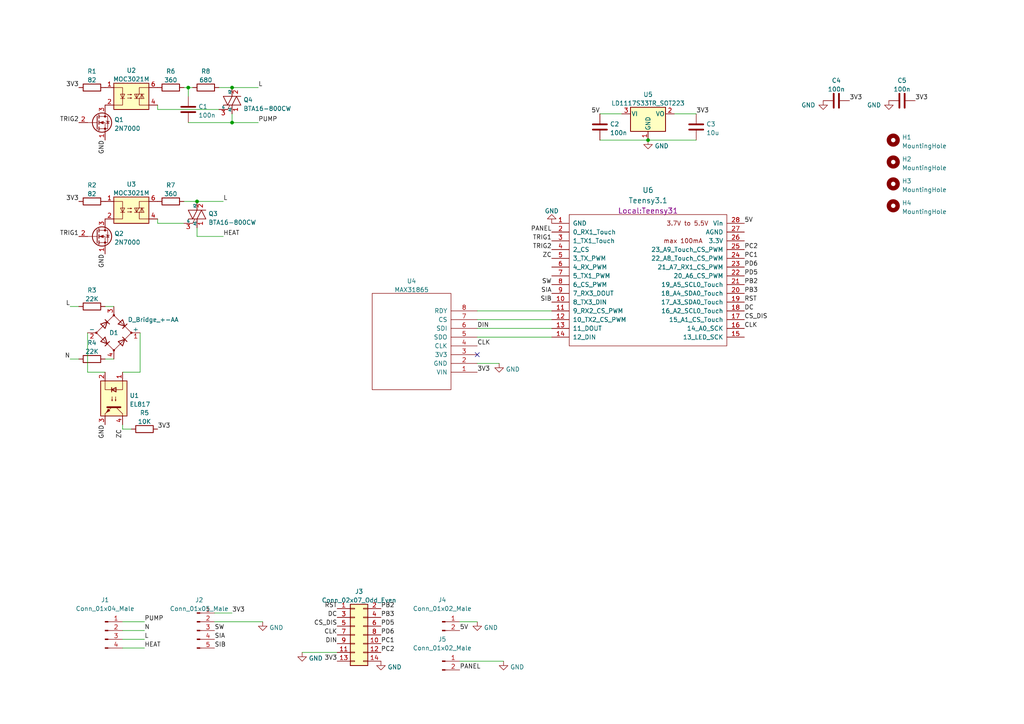
<source format=kicad_sch>
(kicad_sch (version 20211123) (generator eeschema)
  (paper "A4")
  (lib_symbols
    (symbol "Connector:Conn_01x02_Male" (pin_names (offset 1.016) hide)
      (property "Reference" "J" (at 0 2.54 0))
      (property "Value" "Conn_01x02_Male" (at 0 -5.08 0))
      (symbol "Conn_01x02_Male_1_1"
        (polyline (pts (xy 1.27 -2.54) (xy 0.8636 -2.54)) (stroke (width 0.1524)))
        (polyline (pts (xy 1.27 0) (xy 0.8636 0)) (stroke (width 0.1524)))
        (rectangle (start 0.8636 -2.413) (end 0 -2.667) (stroke (width 0.1524)) (fill (type outline)))
        (rectangle (start 0.8636 0.127) (end 0 -0.127) (stroke (width 0.1524)) (fill (type outline)))
        (pin passive line (at 5.08 0 180) (length 3.81) (name "Pin_1") (number "1"))
        (pin passive line (at 5.08 -2.54 180) (length 3.81) (name "Pin_2") (number "2"))
      )
    )
    (symbol "Connector:Conn_01x04_Male" (pin_names (offset 1.016) hide)
      (property "Reference" "J" (at 0 5.08 0))
      (property "Value" "Conn_01x04_Male" (at 0 -7.62 0))
      (symbol "Conn_01x04_Male_1_1"
        (polyline (pts (xy 1.27 -5.08) (xy 0.8636 -5.08)) (stroke (width 0.1524)))
        (polyline (pts (xy 1.27 -2.54) (xy 0.8636 -2.54)) (stroke (width 0.1524)))
        (polyline (pts (xy 1.27 0) (xy 0.8636 0)) (stroke (width 0.1524)))
        (polyline (pts (xy 1.27 2.54) (xy 0.8636 2.54)) (stroke (width 0.1524)))
        (rectangle (start 0.8636 -4.953) (end 0 -5.207) (stroke (width 0.1524)) (fill (type outline)))
        (rectangle (start 0.8636 -2.413) (end 0 -2.667) (stroke (width 0.1524)) (fill (type outline)))
        (rectangle (start 0.8636 0.127) (end 0 -0.127) (stroke (width 0.1524)) (fill (type outline)))
        (rectangle (start 0.8636 2.667) (end 0 2.413) (stroke (width 0.1524)) (fill (type outline)))
        (pin passive line (at 5.08 2.54 180) (length 3.81) (name "Pin_1") (number "1"))
        (pin passive line (at 5.08 0 180) (length 3.81) (name "Pin_2") (number "2"))
        (pin passive line (at 5.08 -2.54 180) (length 3.81) (name "Pin_3") (number "3"))
        (pin passive line (at 5.08 -5.08 180) (length 3.81) (name "Pin_4") (number "4"))
      )
    )
    (symbol "Connector:Conn_01x05_Male" (pin_names (offset 1.016) hide)
      (property "Reference" "J" (at 0 7.62 0))
      (property "Value" "Conn_01x05_Male" (at 0 -7.62 0))
      (symbol "Conn_01x05_Male_1_1"
        (polyline (pts (xy 1.27 -5.08) (xy 0.8636 -5.08)) (stroke (width 0.1524)))
        (polyline (pts (xy 1.27 -2.54) (xy 0.8636 -2.54)) (stroke (width 0.1524)))
        (polyline (pts (xy 1.27 0) (xy 0.8636 0)) (stroke (width 0.1524)))
        (polyline (pts (xy 1.27 2.54) (xy 0.8636 2.54)) (stroke (width 0.1524)))
        (polyline (pts (xy 1.27 5.08) (xy 0.8636 5.08)) (stroke (width 0.1524)))
        (rectangle (start 0.8636 -4.953) (end 0 -5.207) (stroke (width 0.1524)) (fill (type outline)))
        (rectangle (start 0.8636 -2.413) (end 0 -2.667) (stroke (width 0.1524)) (fill (type outline)))
        (rectangle (start 0.8636 0.127) (end 0 -0.127) (stroke (width 0.1524)) (fill (type outline)))
        (rectangle (start 0.8636 2.667) (end 0 2.413) (stroke (width 0.1524)) (fill (type outline)))
        (rectangle (start 0.8636 5.207) (end 0 4.953) (stroke (width 0.1524)) (fill (type outline)))
        (pin passive line (at 5.08 5.08 180) (length 3.81) (name "Pin_1") (number "1"))
        (pin passive line (at 5.08 2.54 180) (length 3.81) (name "Pin_2") (number "2"))
        (pin passive line (at 5.08 0 180) (length 3.81) (name "Pin_3") (number "3"))
        (pin passive line (at 5.08 -2.54 180) (length 3.81) (name "Pin_4") (number "4"))
        (pin passive line (at 5.08 -5.08 180) (length 3.81) (name "Pin_5") (number "5"))
      )
    )
    (symbol "Connector_Generic:Conn_02x07_Odd_Even" (pin_names (offset 1.016) hide)
      (property "Reference" "J" (at 1.27 10.16 0))
      (property "Value" "Conn_02x07_Odd_Even" (at 1.27 -10.16 0))
      (symbol "Conn_02x07_Odd_Even_1_1"
        (rectangle (start -1.27 -7.493) (end 0 -7.747) (stroke (width 0.1524)))
        (rectangle (start -1.27 -4.953) (end 0 -5.207) (stroke (width 0.1524)))
        (rectangle (start -1.27 -2.413) (end 0 -2.667) (stroke (width 0.1524)))
        (rectangle (start -1.27 0.127) (end 0 -0.127) (stroke (width 0.1524)))
        (rectangle (start -1.27 2.667) (end 0 2.413) (stroke (width 0.1524)))
        (rectangle (start -1.27 5.207) (end 0 4.953) (stroke (width 0.1524)))
        (rectangle (start -1.27 7.747) (end 0 7.493) (stroke (width 0.1524)))
        (rectangle (start -1.27 8.89) (end 3.81 -8.89) (stroke (width 0.254)) (fill (type background)))
        (rectangle (start 3.81 -7.493) (end 2.54 -7.747) (stroke (width 0.1524)))
        (rectangle (start 3.81 -4.953) (end 2.54 -5.207) (stroke (width 0.1524)))
        (rectangle (start 3.81 -2.413) (end 2.54 -2.667) (stroke (width 0.1524)))
        (rectangle (start 3.81 0.127) (end 2.54 -0.127) (stroke (width 0.1524)))
        (rectangle (start 3.81 2.667) (end 2.54 2.413) (stroke (width 0.1524)))
        (rectangle (start 3.81 5.207) (end 2.54 4.953) (stroke (width 0.1524)))
        (rectangle (start 3.81 7.747) (end 2.54 7.493) (stroke (width 0.1524)))
        (pin passive line (at -5.08 7.62 0) (length 3.81) (name "Pin_1") (number "1"))
        (pin passive line (at 7.62 -2.54 180) (length 3.81) (name "Pin_10") (number "10"))
        (pin passive line (at -5.08 -5.08 0) (length 3.81) (name "Pin_11") (number "11"))
        (pin passive line (at 7.62 -5.08 180) (length 3.81) (name "Pin_12") (number "12"))
        (pin passive line (at -5.08 -7.62 0) (length 3.81) (name "Pin_13") (number "13"))
        (pin passive line (at 7.62 -7.62 180) (length 3.81) (name "Pin_14") (number "14"))
        (pin passive line (at 7.62 7.62 180) (length 3.81) (name "Pin_2") (number "2"))
        (pin passive line (at -5.08 5.08 0) (length 3.81) (name "Pin_3") (number "3"))
        (pin passive line (at 7.62 5.08 180) (length 3.81) (name "Pin_4") (number "4"))
        (pin passive line (at -5.08 2.54 0) (length 3.81) (name "Pin_5") (number "5"))
        (pin passive line (at 7.62 2.54 180) (length 3.81) (name "Pin_6") (number "6"))
        (pin passive line (at -5.08 0 0) (length 3.81) (name "Pin_7") (number "7"))
        (pin passive line (at 7.62 0 180) (length 3.81) (name "Pin_8") (number "8"))
        (pin passive line (at -5.08 -2.54 0) (length 3.81) (name "Pin_9") (number "9"))
      )
    )
    (symbol "Device:C" (pin_numbers hide) (pin_names (offset 0.254))
      (property "Reference" "C" (at 0.635 2.54 0))
      (property "Value" "C" (at 0.635 -2.54 0))
      (symbol "C_0_1"
        (polyline (pts (xy -2.032 -0.762) (xy 2.032 -0.762)) (stroke (width 0.508)))
        (polyline (pts (xy -2.032 0.762) (xy 2.032 0.762)) (stroke (width 0.508)))
      )
      (symbol "C_1_1"
        (pin passive line (at 0 3.81 270) (length 2.794) (name "~") (number "1"))
        (pin passive line (at 0 -3.81 90) (length 2.794) (name "~") (number "2"))
      )
    )
    (symbol "Device:D_Bridge_+-AA" (pin_names (offset 0))
      (property "Reference" "D" (at 2.54 6.985 0))
      (property "Value" "D_Bridge_+-AA" (at 2.54 5.08 0))
      (symbol "D_Bridge_+-AA_0_1"
        (circle (center -5.08 0) (radius 0.254) (fill (type outline)))
        (circle (center 0 -5.08) (radius 0.254) (fill (type outline)))
        (polyline (pts (xy -2.54 3.81) (xy -1.27 2.54)) (stroke (width 0.254)))
        (polyline (pts (xy -1.27 -2.54) (xy -2.54 -3.81)) (stroke (width 0.254)))
        (polyline (pts (xy 2.54 -1.27) (xy 3.81 -2.54)) (stroke (width 0.254)))
        (polyline (pts (xy 2.54 1.27) (xy 3.81 2.54)) (stroke (width 0.254)))
        (polyline (pts (xy -3.81 2.54) (xy -2.54 1.27) (xy -1.905 3.175) (xy -3.81 2.54)) (stroke (width 0.254)))
        (polyline (pts (xy -2.54 -1.27) (xy -3.81 -2.54) (xy -1.905 -3.175) (xy -2.54 -1.27)) (stroke (width 0.254)))
        (polyline (pts (xy 1.27 2.54) (xy 2.54 3.81) (xy 3.175 1.905) (xy 1.27 2.54)) (stroke (width 0.254)))
        (polyline (pts (xy 3.175 -1.905) (xy 1.27 -2.54) (xy 2.54 -3.81) (xy 3.175 -1.905)) (stroke (width 0.254)))
        (polyline (pts (xy -5.08 0) (xy 0 -5.08) (xy 5.08 0) (xy 0 5.08) (xy -5.08 0)))
        (circle (center 0 5.08) (radius 0.254) (fill (type outline)))
        (circle (center 5.08 0) (radius 0.254) (fill (type outline)))
      )
      (symbol "D_Bridge_+-AA_1_1"
        (pin passive line (at 7.62 0 180) (length 2.54) (name "+") (number "1"))
        (pin passive line (at -7.62 0 0) (length 2.54) (name "-") (number "2"))
        (pin passive line (at 0 7.62 270) (length 2.54) (name "~") (number "3"))
        (pin passive line (at 0 -7.62 90) (length 2.54) (name "~") (number "4"))
      )
    )
    (symbol "Device:R" (pin_numbers hide) (pin_names (offset 0))
      (property "Reference" "R" (at 2.032 0 90))
      (property "Value" "R" (at 0 0 90))
      (symbol "R_0_1"
        (rectangle (start -1.016 -2.54) (end 1.016 2.54) (stroke (width 0.254)))
      )
      (symbol "R_1_1"
        (pin passive line (at 0 3.81 270) (length 1.27) (name "~") (number "1"))
        (pin passive line (at 0 -3.81 90) (length 1.27) (name "~") (number "2"))
      )
    )
    (symbol "Isolator:EL817" (pin_names (offset 1.016))
      (property "Reference" "U" (at -5.08 5.08 0))
      (property "Value" "EL817" (at 0 5.08 0))
      (symbol "EL817_0_1"
        (rectangle (start -5.08 3.81) (end 5.08 -3.81) (stroke (width 0.254)) (fill (type background)))
        (polyline (pts (xy -3.175 -0.635) (xy -1.905 -0.635)) (stroke (width 0.254)))
        (polyline (pts (xy 2.54 0.635) (xy 4.445 2.54)))
        (polyline (pts (xy 4.445 -2.54) (xy 2.54 -0.635)) (fill (type outline)))
        (polyline (pts (xy 4.445 -2.54) (xy 5.08 -2.54)))
        (polyline (pts (xy 4.445 2.54) (xy 5.08 2.54)))
        (polyline (pts (xy -5.08 2.54) (xy -2.54 2.54) (xy -2.54 -0.635)))
        (polyline (pts (xy -2.54 -0.635) (xy -2.54 -2.54) (xy -5.08 -2.54)))
        (polyline (pts (xy 2.54 1.905) (xy 2.54 -1.905) (xy 2.54 -1.905)) (stroke (width 0.508)))
        (polyline (pts (xy -2.54 -0.635) (xy -3.175 0.635) (xy -1.905 0.635) (xy -2.54 -0.635)) (stroke (width 0.254)))
        (polyline (pts (xy -0.508 -0.508) (xy 0.762 -0.508) (xy 0.381 -0.635) (xy 0.381 -0.381) (xy 0.762 -0.508)))
        (polyline (pts (xy -0.508 0.508) (xy 0.762 0.508) (xy 0.381 0.381) (xy 0.381 0.635) (xy 0.762 0.508)))
        (polyline (pts (xy 3.048 -1.651) (xy 3.556 -1.143) (xy 4.064 -2.159) (xy 3.048 -1.651) (xy 3.048 -1.651)) (fill (type outline)))
      )
      (symbol "EL817_1_1"
        (pin passive line (at -7.62 2.54 0) (length 2.54) (name "~") (number "1"))
        (pin passive line (at -7.62 -2.54 0) (length 2.54) (name "~") (number "2"))
        (pin passive line (at 7.62 -2.54 180) (length 2.54) (name "~") (number "3"))
        (pin passive line (at 7.62 2.54 180) (length 2.54) (name "~") (number "4"))
      )
    )
    (symbol "MAX31865:MAX31865" (pin_names (offset 1.016))
      (property "Reference" "U" (at 0 -2.54 0))
      (property "Value" "MAX31865" (at 0 2.54 0))
      (symbol "MAX31865_1_0"
        (rectangle (start -11.43 -13.97) (end 11.43 13.97))
      )
      (symbol "MAX31865_1_1"
        (pin power_in line (at -19.05 8.89 0) (length 7.62) (name "VIN") (number "1"))
        (pin power_in line (at -19.05 6.35 0) (length 7.62) (name "GND") (number "2"))
        (pin power_out line (at -19.05 3.81 0) (length 7.62) (name "3V3") (number "3"))
        (pin input line (at -19.05 1.27 0) (length 7.62) (name "CLK") (number "4"))
        (pin output line (at -19.05 -1.27 0) (length 7.62) (name "SDO") (number "5"))
        (pin input line (at -19.05 -3.81 0) (length 7.62) (name "SDI") (number "6"))
        (pin input line (at -19.05 -6.35 0) (length 7.62) (name "CS") (number "7"))
        (pin output line (at -19.05 -8.89 0) (length 7.62) (name "RDY") (number "8"))
      )
    )
    (symbol "Mechanical:MountingHole" (pin_names (offset 1.016))
      (property "Reference" "H" (at 0 5.08 0))
      (property "Value" "MountingHole" (at 0 3.175 0))
      (symbol "MountingHole_0_1"
        (circle (center 0 0) (radius 1.27) (stroke (width 1.27)))
      )
    )
    (symbol "Regulator_Linear:LD1117S33TR_SOT223" (pin_names (offset 0.254))
      (property "Reference" "U" (at -3.81 3.175 0))
      (property "Value" "LD1117S33TR_SOT223" (at 0 3.175 0))
      (symbol "LD1117S33TR_SOT223_0_1"
        (rectangle (start -5.08 -5.08) (end 5.08 1.905) (stroke (width 0.254)) (fill (type background)))
      )
      (symbol "LD1117S33TR_SOT223_1_1"
        (pin power_in line (at 0 -7.62 90) (length 2.54) (name "GND") (number "1"))
        (pin power_out line (at 7.62 0 180) (length 2.54) (name "VO") (number "2"))
        (pin power_in line (at -7.62 0 0) (length 2.54) (name "VI") (number "3"))
      )
    )
    (symbol "Relay_SolidState:MOC3021M"
      (property "Reference" "U" (at -5.334 4.826 0))
      (property "Value" "MOC3021M" (at 0 5.08 0))
      (symbol "MOC3021M_0_1"
        (rectangle (start -5.08 3.81) (end 5.08 -3.81) (stroke (width 0.254)) (fill (type background)))
        (polyline (pts (xy -3.175 -0.635) (xy -1.905 -0.635)))
        (polyline (pts (xy 1.524 -0.635) (xy 1.524 0.635)))
        (polyline (pts (xy 3.048 0.635) (xy 3.048 -0.635)))
        (polyline (pts (xy 2.286 -0.635) (xy 2.286 -2.54) (xy 5.08 -2.54)))
        (polyline (pts (xy 2.286 0.635) (xy 2.286 2.54) (xy 5.08 2.54)))
        (polyline (pts (xy -5.08 2.54) (xy -2.54 2.54) (xy -2.54 -2.54) (xy -5.08 -2.54)))
        (polyline (pts (xy -2.54 -0.635) (xy -3.175 0.635) (xy -1.905 0.635) (xy -2.54 -0.635)))
        (polyline (pts (xy 0.889 -0.635) (xy 3.683 -0.635) (xy 3.048 0.635) (xy 2.413 -0.635)))
        (polyline (pts (xy 3.683 0.635) (xy 0.889 0.635) (xy 1.524 -0.635) (xy 2.159 0.635)))
        (polyline (pts (xy -1.143 -0.508) (xy 0.127 -0.508) (xy -0.254 -0.635) (xy -0.254 -0.381) (xy 0.127 -0.508)))
        (polyline (pts (xy -1.143 0.508) (xy 0.127 0.508) (xy -0.254 0.381) (xy -0.254 0.635) (xy 0.127 0.508)))
      )
      (symbol "MOC3021M_1_1"
        (pin passive line (at -7.62 2.54 0) (length 2.54) (name "~") (number "1"))
        (pin passive line (at -7.62 -2.54 0) (length 2.54) (name "~") (number "2"))
        (pin no_connect line (at -5.08 0 0) (length 2.54) hide (name "NC") (number "3"))
        (pin passive line (at 7.62 -2.54 180) (length 2.54) (name "~") (number "4"))
        (pin no_connect line (at 5.08 0 180) (length 2.54) hide (name "NC") (number "5"))
        (pin passive line (at 7.62 2.54 180) (length 2.54) (name "~") (number "6"))
      )
    )
    (symbol "Teensy:Teensy3.1" (pin_names (offset 1.016))
      (property "Reference" "U6" (at 0 43.9075 0))
      (property "Value" "Teensy3.1" (at 0 40.9141 0))
      (property "Footprint" "Local:Teensy31" (at 0 37.9207 0))
      (symbol "Teensy3.1_0_0"
        (text "3.7V to 5.5V" (at 11.43 34.29 0) (effects (font (size 1.27 1.27))))
        (text "max 100mA" (at 10.16 29.21 0) (effects (font (size 1.27 1.27))))
      )
      (symbol "Teensy3.1_0_1"
        (rectangle (start -22.86 36.83) (end 22.86 -1.27))
      )
      (symbol "Teensy3.1_1_1"
        (pin power_in line (at -27.94 34.29 0) (length 5.08) (name "GND") (number "1"))
        (pin bidirectional line (at -27.94 11.43 0) (length 5.08) (name "8_TX3_DIN") (number "10"))
        (pin bidirectional line (at -27.94 8.89 0) (length 5.08) (name "9_RX2_CS_PWM") (number "11"))
        (pin bidirectional line (at -27.94 6.35 0) (length 5.08) (name "10_TX2_CS_PWM") (number "12"))
        (pin bidirectional line (at -27.94 3.81 0) (length 5.08) (name "11_DOUT") (number "13"))
        (pin bidirectional line (at -27.94 1.27 0) (length 5.08) (name "12_DIN") (number "14"))
        (pin bidirectional line (at 27.94 1.27 180) (length 5.08) (name "13_LED_SCK") (number "15"))
        (pin bidirectional line (at 27.94 3.81 180) (length 5.08) (name "14_A0_SCK") (number "16"))
        (pin bidirectional line (at 27.94 6.35 180) (length 5.08) (name "15_A1_CS_Touch") (number "17"))
        (pin bidirectional line (at 27.94 8.89 180) (length 5.08) (name "16_A2_SCL0_Touch") (number "18"))
        (pin bidirectional line (at 27.94 11.43 180) (length 5.08) (name "17_A3_SDA0_Touch") (number "19"))
        (pin bidirectional line (at -27.94 31.75 0) (length 5.08) (name "0_RX1_Touch") (number "2"))
        (pin bidirectional line (at 27.94 13.97 180) (length 5.08) (name "18_A4_SDA0_Touch") (number "20"))
        (pin bidirectional line (at 27.94 16.51 180) (length 5.08) (name "19_A5_SCL0_Touch") (number "21"))
        (pin bidirectional line (at 27.94 19.05 180) (length 5.08) (name "20_A6_CS_PWM") (number "22"))
        (pin bidirectional line (at 27.94 21.59 180) (length 5.08) (name "21_A7_RX1_CS_PWM") (number "23"))
        (pin bidirectional line (at 27.94 24.13 180) (length 5.08) (name "22_A8_Touch_CS_PWM") (number "24"))
        (pin bidirectional line (at 27.94 26.67 180) (length 5.08) (name "23_A9_Touch_CS_PWM") (number "25"))
        (pin power_out line (at 27.94 29.21 180) (length 5.08) (name "3.3V") (number "26"))
        (pin power_out line (at 27.94 31.75 180) (length 5.08) (name "AGND") (number "27"))
        (pin power_in line (at 27.94 34.29 180) (length 5.08) (name "Vin") (number "28"))
        (pin bidirectional line (at -27.94 29.21 0) (length 5.08) (name "1_TX1_Touch") (number "3"))
        (pin bidirectional line (at -27.94 26.67 0) (length 5.08) (name "2_CS") (number "4"))
        (pin bidirectional line (at -27.94 24.13 0) (length 5.08) (name "3_TX_PWM") (number "5"))
        (pin bidirectional line (at -27.94 21.59 0) (length 5.08) (name "4_RX_PWM") (number "6"))
        (pin bidirectional line (at -27.94 19.05 0) (length 5.08) (name "5_TX1_PWM") (number "7"))
        (pin bidirectional line (at -27.94 16.51 0) (length 5.08) (name "6_CS_PWM") (number "8"))
        (pin bidirectional line (at -27.94 13.97 0) (length 5.08) (name "7_RX3_DOUT") (number "9"))
      )
    )
    (symbol "Transistor_FET:2N7000" (pin_names hide)
      (property "Reference" "Q" (at 5.08 1.905 0))
      (property "Value" "2N7000" (at 5.08 0 0))
      (symbol "2N7000_0_1"
        (polyline (pts (xy 0.254 0) (xy -2.54 0)))
        (polyline (pts (xy 0.254 1.905) (xy 0.254 -1.905)) (stroke (width 0.254)))
        (polyline (pts (xy 0.762 -1.27) (xy 0.762 -2.286)) (stroke (width 0.254)))
        (polyline (pts (xy 0.762 0.508) (xy 0.762 -0.508)) (stroke (width 0.254)))
        (polyline (pts (xy 0.762 2.286) (xy 0.762 1.27)) (stroke (width 0.254)))
        (polyline (pts (xy 2.54 2.54) (xy 2.54 1.778)))
        (polyline (pts (xy 2.54 -2.54) (xy 2.54 0) (xy 0.762 0)))
        (polyline (pts (xy 0.762 -1.778) (xy 3.302 -1.778) (xy 3.302 1.778) (xy 0.762 1.778)))
        (polyline (pts (xy 1.016 0) (xy 2.032 0.381) (xy 2.032 -0.381) (xy 1.016 0)) (fill (type outline)))
        (polyline (pts (xy 2.794 0.508) (xy 2.921 0.381) (xy 3.683 0.381) (xy 3.81 0.254)))
        (polyline (pts (xy 3.302 0.381) (xy 2.921 -0.254) (xy 3.683 -0.254) (xy 3.302 0.381)))
        (circle (center 1.651 0) (radius 2.794) (stroke (width 0.254)))
        (circle (center 2.54 -1.778) (radius 0.254) (fill (type outline)))
        (circle (center 2.54 1.778) (radius 0.254) (fill (type outline)))
      )
      (symbol "2N7000_1_1"
        (pin passive line (at 2.54 -5.08 90) (length 2.54) (name "S") (number "1"))
        (pin input line (at -5.08 0 0) (length 2.54) (name "G") (number "2"))
        (pin passive line (at 2.54 5.08 270) (length 2.54) (name "D") (number "3"))
      )
    )
    (symbol "Triac_Thyristor:BTA16-800CW" (pin_names (offset 0))
      (property "Reference" "Q" (at 5.08 1.905 0))
      (property "Value" "BTA16-800CW" (at 5.08 0 0))
      (symbol "BTA16-800CW_0_1"
        (polyline (pts (xy -2.54 -1.27) (xy 2.54 -1.27)) (stroke (width 0.2032)))
        (polyline (pts (xy -2.54 1.27) (xy 2.54 1.27)) (stroke (width 0.2032)))
        (polyline (pts (xy -1.27 -2.54) (xy -0.635 -1.27)))
        (polyline (pts (xy -2.54 1.27) (xy -1.27 -1.27) (xy 0 1.27)) (stroke (width 0.2032)))
        (polyline (pts (xy 0 -1.27) (xy 1.27 1.27) (xy 2.54 -1.27)) (stroke (width 0.2032)))
      )
      (symbol "BTA16-800CW_1_1"
        (pin passive line (at 0 -3.81 90) (length 2.54) (name "A1") (number "1"))
        (pin passive line (at 0 3.81 270) (length 2.54) (name "A2") (number "2"))
        (pin input line (at -3.81 -2.54 0) (length 2.54) (name "G") (number "3"))
      )
    )
    (symbol "power:GND" (power) (pin_names (offset 0))
      (property "Value" "GND" (at 0 -3.81 0))
      (symbol "GND_0_1"
        (polyline (pts (xy 0 0) (xy 0 -1.27) (xy 1.27 -1.27) (xy 0 -2.54) (xy -1.27 -1.27) (xy 0 -1.27)))
      )
      (symbol "GND_1_1"
        (pin power_in line (at 0 0 270) (length 0) hide (name "GND") (number "1"))
      )
    )
  )
  (junction (at 57.15 58.42))
  (junction (at 67.31 35.56))
  (junction (at 187.96 40.64))
  (junction (at 54.61 25.4))
  (junction (at 67.31 25.4))
  (no_connect (at 138.43 102.87))
  (wire (pts (xy 138.43 105.41) (xy 144.78 105.41)))
  (wire (pts (xy 30.48 88.9) (xy 33.02 88.9)))
  (wire (pts (xy 20.32 88.9) (xy 22.86 88.9)))
  (wire (pts (xy 57.15 68.58) (xy 64.77 68.58)))
  (wire (pts (xy 30.48 104.14) (xy 33.02 104.14)))
  (wire (pts (xy 57.15 58.42) (xy 64.77 58.42)))
  (wire (pts (xy 40.64 96.52) (xy 40.64 107.95)))
  (wire (pts (xy 173.99 33.02) (xy 180.34 33.02)))
  (wire (pts (xy 133.35 191.77) (xy 146.05 191.77)))
  (wire (pts (xy 20.32 104.14) (xy 22.86 104.14)))
  (wire (pts (xy 67.31 35.56) (xy 67.31 33.02)))
  (wire (pts (xy 133.35 180.34) (xy 138.43 180.34)))
  (wire (pts (xy 63.5 25.4) (xy 67.31 25.4)))
  (wire (pts (xy 62.23 180.34) (xy 76.2 180.34)))
  (wire (pts (xy 25.4 107.95) (xy 30.48 107.95)))
  (wire (pts (xy 45.72 31.75) (xy 45.72 30.48)))
  (wire (pts (xy 35.56 185.42) (xy 41.91 185.42)))
  (wire (pts (xy 87.63 189.23) (xy 97.79 189.23)))
  (wire (pts (xy 35.56 180.34) (xy 41.91 180.34)))
  (wire (pts (xy 57.15 68.58) (xy 57.15 66.04)))
  (wire (pts (xy 138.43 97.79) (xy 160.02 97.79)))
  (wire (pts (xy 138.43 92.71) (xy 160.02 92.71)))
  (wire (pts (xy 53.34 58.42) (xy 57.15 58.42)))
  (wire (pts (xy 40.64 107.95) (xy 35.56 107.95)))
  (wire (pts (xy 25.4 96.52) (xy 25.4 107.95)))
  (wire (pts (xy 173.99 40.64) (xy 187.96 40.64)))
  (wire (pts (xy 35.56 124.46) (xy 35.56 123.19)))
  (wire (pts (xy 35.56 187.96) (xy 41.91 187.96)))
  (wire (pts (xy 67.31 25.4) (xy 74.93 25.4)))
  (wire (pts (xy 138.43 90.17) (xy 160.02 90.17)))
  (wire (pts (xy 54.61 25.4) (xy 54.61 27.94)))
  (wire (pts (xy 63.5 31.75) (xy 45.72 31.75)))
  (wire (pts (xy 62.23 177.8) (xy 67.31 177.8)))
  (wire (pts (xy 67.31 35.56) (xy 74.93 35.56)))
  (wire (pts (xy 45.72 64.77) (xy 45.72 63.5)))
  (wire (pts (xy 195.58 33.02) (xy 201.93 33.02)))
  (wire (pts (xy 38.1 124.46) (xy 35.56 124.46)))
  (wire (pts (xy 53.34 25.4) (xy 54.61 25.4)))
  (wire (pts (xy 138.43 95.25) (xy 160.02 95.25)))
  (wire (pts (xy 54.61 35.56) (xy 67.31 35.56)))
  (wire (pts (xy 35.56 182.88) (xy 41.91 182.88)))
  (wire (pts (xy 187.96 40.64) (xy 201.93 40.64)))
  (wire (pts (xy 53.34 64.77) (xy 45.72 64.77)))
  (wire (pts (xy 54.61 25.4) (xy 55.88 25.4)))
  (label "TRIG1" (at 22.86 68.58 180))
  (label "SW" (at 160.02 82.55 180))
  (label "TRIG2" (at 160.02 72.39 180))
  (label "N" (at 41.91 182.88 0))
  (label "PC1" (at 110.49 186.69 0))
  (label "3V3" (at 22.86 25.4 180))
  (label "PD5" (at 110.49 181.61 0))
  (label "PC2" (at 215.9 72.39 0))
  (label "SW" (at 62.23 182.88 0))
  (label "HEAT" (at 64.77 68.58 0))
  (label "DIN" (at 97.79 186.69 180))
  (label "3V3" (at 97.79 191.77 180))
  (label "PD5" (at 215.9 80.01 0))
  (label "TRIG2" (at 22.86 35.56 180))
  (label "PUMP" (at 74.93 35.56 0))
  (label "N" (at 20.32 104.14 180))
  (label "3V3" (at 246.38 29.21 0))
  (label "RST" (at 215.9 87.63 0))
  (label "CLK" (at 97.79 184.15 180))
  (label "ZC" (at 35.56 124.46 270))
  (label "PD6" (at 110.49 184.15 0))
  (label "3V3" (at 138.43 107.95 0))
  (label "GND" (at 30.48 73.66 270))
  (label "PC2" (at 110.49 189.23 0))
  (label "PD6" (at 215.9 77.47 0))
  (label "PB3" (at 110.49 179.07 0))
  (label "3V3" (at 265.43 29.21 0))
  (label "5V" (at 215.9 64.77 0))
  (label "DIN" (at 138.43 95.25 0))
  (label "CLK" (at 138.43 100.33 0))
  (label "DC" (at 97.79 179.07 180))
  (label "CS_DIS" (at 97.79 181.61 180))
  (label "CS_DIS" (at 215.9 92.71 0))
  (label "TRIG1" (at 160.02 69.85 180))
  (label "CLK" (at 215.9 95.25 0))
  (label "PANEL" (at 133.35 194.31 0))
  (label "3V3" (at 45.72 124.46 0))
  (label "GND" (at 30.48 40.64 270))
  (label "L" (at 64.77 58.42 0))
  (label "L" (at 74.93 25.4 0))
  (label "5V" (at 173.99 33.02 180))
  (label "PANEL" (at 160.02 67.31 180))
  (label "PC1" (at 215.9 74.93 0))
  (label "PB3" (at 215.9 85.09 0))
  (label "SIB" (at 62.23 187.96 0))
  (label "PB2" (at 215.9 82.55 0))
  (label "ZC" (at 160.02 74.93 180))
  (label "PUMP" (at 41.91 180.34 0))
  (label "5V" (at 133.35 182.88 0))
  (label "PB2" (at 110.49 176.53 0))
  (label "SIA" (at 160.02 85.09 180))
  (label "3V3" (at 22.86 58.42 180))
  (label "SIB" (at 160.02 87.63 180))
  (label "RST" (at 97.79 176.53 180))
  (label "GND" (at 30.48 123.19 270))
  (label "3V3" (at 67.31 177.8 0))
  (label "3V3" (at 201.93 33.02 0))
  (label "HEAT" (at 41.91 187.96 0))
  (label "L" (at 41.91 185.42 0))
  (label "L" (at 20.32 88.9 180))
  (label "SIA" (at 62.23 185.42 0))
  (label "DC" (at 215.9 90.17 0))
  (symbol (lib_id "Transistor_FET:2N7000") (at 27.94 68.58 0) (unit 1)
    (property "Reference" "Q2" (at 33.147 67.7453 0) (effects (justify left)))
    (property "Value" "2N7000" (at 33.147 70.2822 0) (effects (justify left)))
    (property "Footprint" "Package_TO_SOT_THT:TO-92_Inline_Wide" (effects hide))
    (property "Datasheet" "https://www.vishay.com/docs/70226/70226.pdf" (effects hide))
  )
  (symbol (lib_id "Device:C") (at 261.62 29.21 90) (unit 1)
    (property "Reference" "C5" (at 261.62 23.3512 90))
    (property "Value" "100n" (at 261.62 25.8881 90))
    (property "Footprint" "Capacitor_THT:C_Disc_D5.0mm_W2.5mm_P2.50mm" (effects hide))
  )
  (symbol (lib_id "power:GND") (at 257.81 29.21 0) (unit 1)
    (property "Reference" "#PWR09" (effects hide))
    (property "Value" "GND" (at 251.46 30.48 0) (effects (justify left)))
  )
  (symbol (lib_id "Device:C") (at 201.93 36.83 0) (unit 1)
    (property "Reference" "C3" (at 204.851 35.9953 0) (effects (justify left)))
    (property "Value" "10u" (at 204.851 38.5322 0) (effects (justify left)))
    (property "Footprint" "Capacitor_THT:CP_Radial_D5.0mm_P2.50mm" (effects hide))
  )
  (symbol (lib_id "power:GND") (at 160.02 64.77 180) (unit 1)
    (property "Reference" "#PWR07" (effects hide))
    (property "Value" "GND" (at 160.02 61.1942 0))
  )
  (symbol (lib_id "Device:R") (at 59.69 25.4 90) (unit 1)
    (property "Reference" "R8" (at 59.69 20.6842 90))
    (property "Value" "680" (at 59.69 23.2211 90))
    (property "Footprint" "Resistor_THT:R_Axial_DIN0309_L9.0mm_D3.2mm_P12.70mm_Horizontal" (effects hide))
  )
  (symbol (lib_id "Device:R") (at 26.67 58.42 90) (unit 1)
    (property "Reference" "R2" (at 26.67 53.7042 90))
    (property "Value" "82" (at 26.67 56.2411 90))
    (property "Footprint" "Resistor_THT:R_Axial_DIN0207_L6.3mm_D2.5mm_P7.62mm_Horizontal" (effects hide))
  )
  (symbol (lib_id "Transistor_FET:2N7000") (at 27.94 35.56 0) (unit 1)
    (property "Reference" "Q1" (at 33.147 34.7253 0) (effects (justify left)))
    (property "Value" "2N7000" (at 33.147 37.2622 0) (effects (justify left)))
    (property "Footprint" "Package_TO_SOT_THT:TO-92_Inline_Wide" (effects hide))
    (property "Datasheet" "https://www.vishay.com/docs/70226/70226.pdf" (effects hide))
  )
  (symbol (lib_id "power:GND") (at 238.76 29.21 0) (unit 1)
    (property "Reference" "#PWR08" (effects hide))
    (property "Value" "GND" (at 232.41 30.48 0) (effects (justify left)))
  )
  (symbol (lib_id "Device:R") (at 49.53 58.42 90) (unit 1)
    (property "Reference" "R7" (at 49.53 53.7042 90))
    (property "Value" "360" (at 49.53 56.2411 90))
    (property "Footprint" "Resistor_THT:R_Axial_DIN0309_L9.0mm_D3.2mm_P12.70mm_Horizontal" (effects hide))
  )
  (symbol (lib_id "Device:R") (at 26.67 104.14 90) (unit 1)
    (property "Reference" "R4" (at 26.67 99.4242 90))
    (property "Value" "22K" (at 26.67 101.9611 90))
    (property "Footprint" "Resistor_THT:R_Axial_DIN0309_L9.0mm_D3.2mm_P12.70mm_Horizontal" (effects hide))
  )
  (symbol (lib_id "power:GND") (at 76.2 180.34 0) (unit 1)
    (property "Reference" "#PWR01" (effects hide))
    (property "Value" "GND" (at 78.105 182.0438 0) (effects (justify left)))
  )
  (symbol (lib_id "Connector:Conn_01x02_Male") (at 128.27 180.34 0) (unit 1)
    (property "Reference" "J4" (at 128.27 173.9931 0))
    (property "Value" "Conn_01x02_Male" (at 128.27 176.53 0))
    (property "Footprint" "Connector_JST:JST_XH_B2B-XH-AM_1x02_P2.50mm_Vertical" (effects hide))
  )
  (symbol (lib_id "Regulator_Linear:LD1117S33TR_SOT223") (at 187.96 33.02 0) (unit 1)
    (property "Reference" "U5" (at 187.96 27.4152 0))
    (property "Value" "LD1117S33TR_SOT223" (at 187.96 29.9521 0))
    (property "Footprint" "Package_TO_SOT_THT:TO-220-3_Horizontal_TabDown" (effects hide))
    (property "Datasheet" "http://www.st.com/st-web-ui/static/active/en/resource/technical/document/datasheet/CD00000544.pdf" (effects hide))
  )
  (symbol (lib_id "power:GND") (at 144.78 105.41 0) (unit 1)
    (property "Reference" "#PWR05" (effects hide))
    (property "Value" "GND" (at 146.685 107.1138 0) (effects (justify left)))
  )
  (symbol (lib_id "Device:C") (at 173.99 36.83 0) (unit 1)
    (property "Reference" "C2" (at 176.911 35.9953 0) (effects (justify left)))
    (property "Value" "100n" (at 176.911 38.5322 0) (effects (justify left)))
    (property "Footprint" "Capacitor_THT:C_Disc_D5.0mm_W2.5mm_P2.50mm" (effects hide))
  )
  (symbol (lib_id "power:GND") (at 146.05 191.77 0) (unit 1)
    (property "Reference" "#PWR04" (effects hide))
    (property "Value" "GND" (at 147.955 193.4738 0) (effects (justify left)))
  )
  (symbol (lib_id "Device:R") (at 41.91 124.46 90) (unit 1)
    (property "Reference" "R5" (at 41.91 119.7442 90))
    (property "Value" "10K" (at 41.91 122.2811 90))
    (property "Footprint" "Resistor_THT:R_Axial_DIN0207_L6.3mm_D2.5mm_P7.62mm_Horizontal" (effects hide))
  )
  (symbol (lib_id "Connector:Conn_01x02_Male") (at 128.27 191.77 0) (unit 1)
    (property "Reference" "J5" (at 128.27 185.4231 0))
    (property "Value" "Conn_01x02_Male" (at 128.27 187.96 0))
    (property "Footprint" "Connector_PinHeader_2.54mm:PinHeader_1x02_P2.54mm_Vertical" (effects hide))
  )
  (symbol (lib_id "power:GND") (at 138.43 180.34 0) (unit 1)
    (property "Reference" "#PWR03" (effects hide))
    (property "Value" "GND" (at 140.335 182.0438 0) (effects (justify left)))
  )
  (symbol (lib_id "Triac_Thyristor:BTA16-800CW") (at 57.15 62.23 0) (unit 1)
    (property "Reference" "Q3" (at 60.4266 61.9795 0) (effects (justify left)))
    (property "Value" "BTA16-800CW" (at 60.4266 64.5164 0) (effects (justify left)))
    (property "Footprint" "Local:TO-220-3_Vertical_Heatsink" (effects hide))
    (property "Datasheet" "https://www.st.com/resource/en/datasheet/bta16.pdf" (effects hide))
  )
  (symbol (lib_id "Device:R") (at 26.67 88.9 90) (unit 1)
    (property "Reference" "R3" (at 26.67 84.1842 90))
    (property "Value" "22K" (at 26.67 86.7211 90))
    (property "Footprint" "Resistor_THT:R_Axial_DIN0309_L9.0mm_D3.2mm_P12.70mm_Horizontal" (effects hide))
  )
  (symbol (lib_id "Relay_SolidState:MOC3021M") (at 38.1 27.94 0) (unit 1)
    (property "Reference" "U2" (at 38.1 20.4302 0))
    (property "Value" "MOC3021M" (at 38.1 22.9671 0))
    (property "Footprint" "Package_DIP:DIP-6_W7.62mm" (effects hide))
    (property "Datasheet" "https://www.onsemi.com/pub/Collateral/MOC3023M-D.PDF" (effects hide))
  )
  (symbol (lib_id "power:GND") (at 87.63 189.23 0) (unit 1)
    (property "Reference" "#PWR0101" (effects hide))
    (property "Value" "GND" (at 89.535 190.9338 0) (effects (justify left)))
  )
  (symbol (lib_id "power:GND") (at 110.49 191.77 0) (unit 1)
    (property "Reference" "#PWR0102" (effects hide))
    (property "Value" "GND" (at 112.395 193.4738 0) (effects (justify left)))
  )
  (symbol (lib_id "Isolator:EL817") (at 33.02 115.57 270) (unit 1)
    (property "Reference" "U1" (at 37.592 114.7353 90) (effects (justify left)))
    (property "Value" "EL817" (at 37.592 117.2722 90) (effects (justify left)))
    (property "Footprint" "Package_DIP:DIP-4_W7.62mm" (effects hide))
    (property "Datasheet" "http://www.everlight.com/file/ProductFile/EL817.pdf" (effects hide))
  )
  (symbol (lib_id "Device:C") (at 242.57 29.21 90) (unit 1)
    (property "Reference" "C4" (at 242.57 23.3512 90))
    (property "Value" "100n" (at 242.57 25.8881 90))
    (property "Footprint" "Capacitor_THT:C_Disc_D5.0mm_W2.5mm_P2.50mm" (effects hide))
  )
  (symbol (lib_id "Device:C") (at 54.61 31.75 0) (unit 1)
    (property "Reference" "C1" (at 57.531 30.9153 0) (effects (justify left)))
    (property "Value" "100n" (at 57.531 33.4522 0) (effects (justify left)))
    (property "Footprint" "Capacitor_THT:C_Rect_L18.0mm_W6.0mm_P15.00mm_FKS3_FKP3" (effects hide))
  )
  (symbol (lib_id "Triac_Thyristor:BTA16-800CW") (at 67.31 29.21 0) (unit 1)
    (property "Reference" "Q4" (at 70.5866 28.9595 0) (effects (justify left)))
    (property "Value" "BTA16-800CW" (at 70.5866 31.4964 0) (effects (justify left)))
    (property "Footprint" "Local:TO-220-3_Vertical_Heatsink" (effects hide))
    (property "Datasheet" "https://www.st.com/resource/en/datasheet/bta16.pdf" (effects hide))
  )
  (symbol (lib_id "Connector_Generic:Conn_02x07_Odd_Even") (at 102.87 184.15 0) (unit 1)
    (property "Reference" "J3" (at 104.14 171.5602 0))
    (property "Value" "Conn_02x07_Odd_Even" (at 104.14 174.0971 0))
    (property "Footprint" "Connector_PinHeader_2.54mm:PinHeader_2x07_P2.54mm_Vertical" (effects hide))
  )
  (symbol (lib_id "Device:R") (at 26.67 25.4 90) (unit 1)
    (property "Reference" "R1" (at 26.67 20.6842 90))
    (property "Value" "82" (at 26.67 23.2211 90))
    (property "Footprint" "Resistor_THT:R_Axial_DIN0207_L6.3mm_D2.5mm_P7.62mm_Horizontal" (effects hide))
  )
  (symbol (lib_id "Mechanical:MountingHole") (at 259.08 59.69 0) (unit 1)
    (property "Reference" "H4" (at 261.62 58.8553 0) (effects (justify left)))
    (property "Value" "MountingHole" (at 261.62 61.3922 0) (effects (justify left)))
    (property "Footprint" "MountingHole:MountingHole_2.7mm_M2.5_ISO7380" (effects hide))
  )
  (symbol (lib_id "power:GND") (at 187.96 40.64 0) (unit 1)
    (property "Reference" "#PWR06" (effects hide))
    (property "Value" "GND" (at 189.865 42.3438 0) (effects (justify left)))
  )
  (symbol (lib_id "Relay_SolidState:MOC3021M") (at 38.1 60.96 0) (unit 1)
    (property "Reference" "U3" (at 38.1 53.4502 0))
    (property "Value" "MOC3021M" (at 38.1 55.9871 0))
    (property "Footprint" "Package_DIP:DIP-6_W7.62mm" (effects hide))
    (property "Datasheet" "https://www.onsemi.com/pub/Collateral/MOC3023M-D.PDF" (effects hide))
  )
  (symbol (lib_id "Mechanical:MountingHole") (at 259.08 53.34 0) (unit 1)
    (property "Reference" "H3" (at 261.62 52.5053 0) (effects (justify left)))
    (property "Value" "MountingHole" (at 261.62 55.0422 0) (effects (justify left)))
    (property "Footprint" "MountingHole:MountingHole_2.7mm_M2.5_ISO7380" (effects hide))
  )
  (symbol (lib_id "Teensy:Teensy3.1") (at 187.96 99.06 0) (unit 1)
    (property "Reference" "U6" (at 187.96 55.1525 0) (effects (font (size 1.524 1.524))))
    (property "Value" "Teensy3.1" (at 187.96 58.1459 0) (effects (font (size 1.524 1.524))))
    (property "Footprint" "Local:Teensy31" (at 187.96 61.1393 0) (effects (font (size 1.524 1.524))))
  )
  (symbol (lib_id "Mechanical:MountingHole") (at 259.08 46.99 0) (unit 1)
    (property "Reference" "H2" (at 261.62 46.1553 0) (effects (justify left)))
    (property "Value" "MountingHole" (at 261.62 48.6922 0) (effects (justify left)))
    (property "Footprint" "MountingHole:MountingHole_2.7mm_M2.5_ISO7380" (effects hide))
  )
  (symbol (lib_id "MAX31865:MAX31865") (at 119.38 99.06 180) (unit 1)
    (property "Reference" "U4" (at 119.38 81.5172 0))
    (property "Value" "MAX31865" (at 119.38 84.0541 0))
    (property "Footprint" "Local:MAX31865 Module" (effects hide))
    (property "Datasheet" "DOCUMENTATION" (effects hide))
  )
  (symbol (lib_id "Device:D_Bridge_+-AA") (at 33.02 96.52 0) (unit 1)
    (property "Reference" "D1" (at 33.02 96.52 0))
    (property "Value" "D_Bridge_+-AA" (at 44.45 92.71 0))
    (property "Footprint" "Diode_THT:Diode_Bridge_DIP-4_W7.62mm_P5.08mm" (effects hide))
  )
  (symbol (lib_id "Connector:Conn_01x05_Male") (at 57.15 182.88 0) (unit 1)
    (property "Reference" "J2" (at 57.785 174.024 0))
    (property "Value" "Conn_01x05_Male" (at 57.785 176.5609 0))
    (property "Footprint" "Connector_PinHeader_2.54mm:PinHeader_1x05_P2.54mm_Vertical" (effects hide))
  )
  (symbol (lib_id "Connector:Conn_01x04_Male") (at 30.48 182.88 0) (unit 1)
    (property "Reference" "J1" (at 30.48 173.9931 0))
    (property "Value" "Conn_01x04_Male" (at 30.48 176.53 0))
    (property "Footprint" "Local:TerminalBlock-4_P5.08mm" (effects hide))
  )
  (symbol (lib_id "Device:R") (at 49.53 25.4 90) (unit 1)
    (property "Reference" "R6" (at 49.53 20.6842 90))
    (property "Value" "360" (at 49.53 23.2211 90))
    (property "Footprint" "Resistor_THT:R_Axial_DIN0309_L9.0mm_D3.2mm_P12.70mm_Horizontal" (effects hide))
  )
  (symbol (lib_id "Mechanical:MountingHole") (at 259.08 40.64 0) (unit 1)
    (property "Reference" "H1" (at 261.62 39.8053 0) (effects (justify left)))
    (property "Value" "MountingHole" (at 261.62 42.3422 0) (effects (justify left)))
    (property "Footprint" "MountingHole:MountingHole_2.7mm_M2.5_ISO7380" (effects hide))
  )
)
</source>
